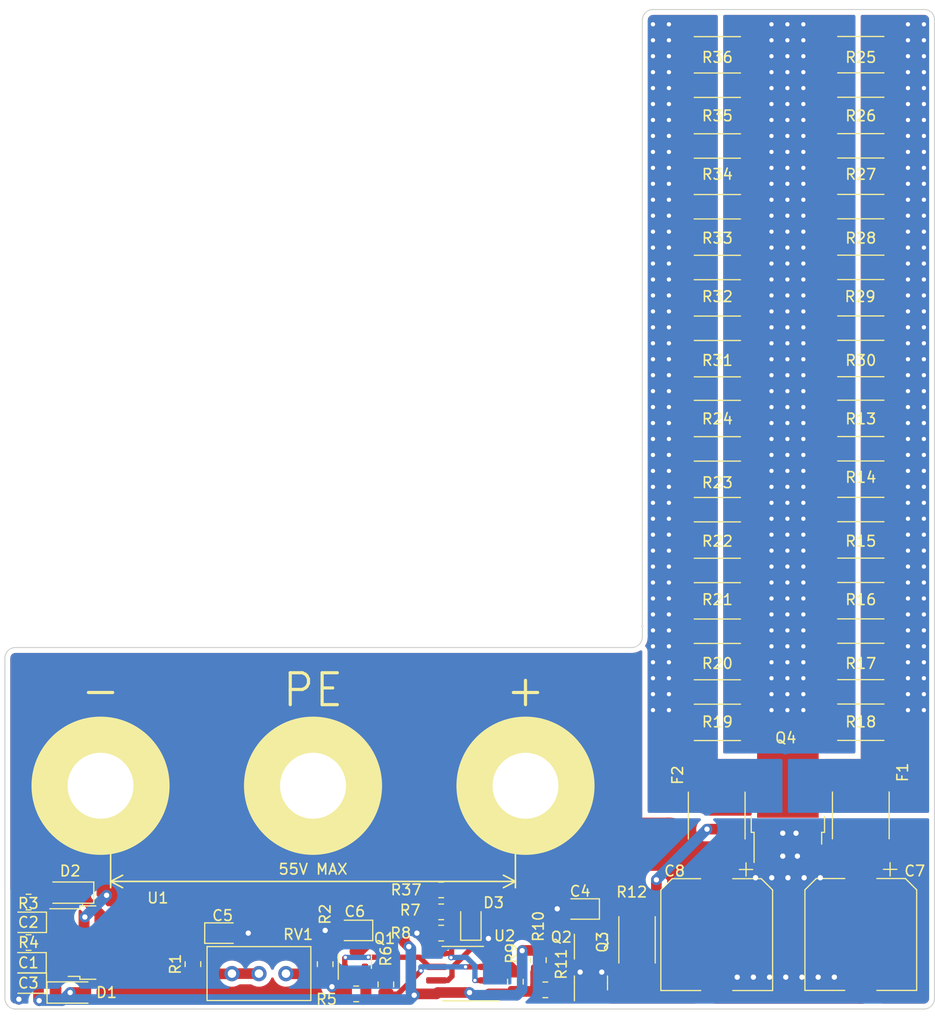
<source format=kicad_pcb>
(kicad_pcb (version 20211014) (generator pcbnew)
  (layers (0 "F.Cu" signal) (31 "B.Cu" signal) (34 "B.Paste" user) (35 "F.Paste" user) (36 "B.SilkS" user "B.Silkscreen") (37 "F.SilkS" user "F.Silkscreen") (38 "B.Mask" user) (39 "F.Mask" user) (44 "Edge.Cuts" user))
  (net 0 "")
  (net 1 "+VDC")
  (net 2 "GND")
  (net 3 "Net-(C2-Pad1)")
  (net 4 "VCC")
  (net 6 "Net-(Q1-Pad2)")
  (net 7 "Net-(Q3-Pad1)")
  (net 8 "Net-(Q2-Pad2)")
  (net 9 "Net-(Q4-Pad1)")
  (net 10 "Net-(Q4-Pad2)")
  (net 11 "Net-(R1-Pad1)")
  (net 12 "Net-(R6-Pad2)")
  (net 13 "Net-(U2-Pad6)")
  (net 14 "Net-(R10-Pad1)")
  (net 15 "Net-(D3-Pad1)")
  (net 16 "Net-(F1-Pad2)")
  (net 17 "Net-(F2-Pad2)")
  (net 18 "Net-(D3-Pad2)")
  (net 19 "Net-(U2-Pad5)")
  (footprint "Package_TO_SOT_SMD:SOT-23" (layer "F.Cu") (at 3.937 16.526 90)
    (fp_text reference "Q1")
    (fp_text value "BC846B")
  )
  (footprint "Package_SO:SOIC-8_3.9x4.9mm_P1.27mm" (layer "F.Cu") (at 14.097 17.669 180)
    (fp_text reference "U2")
    (fp_text value "LM393")
  )
  (footprint "Capacitor_SMD:CP_Elec_10x10" (layer "F.Cu") (at 51.562 13.986 -90)
    (fp_text reference "C7")
    (fp_text value "47u")
  )
  (footprint "Diode_SMD:D_0805_2012Metric" (layer "F.Cu") (at 3.937 13.605 180)
    (fp_text reference "C6")
    (fp_text value "100n")
  )
  (footprint "Diode_SMD:D_SOD-123F" (layer "F.Cu") (at -22.836 19.448)
    (fp_text reference "D1")
    (fp_text value "SM4007PL")
  )
  (footprint "Diode_SMD:D_SOD-123F" (layer "F.Cu") (at -22.836 10.05 180)
    (fp_text reference "D2")
    (fp_text value "SM4007PL")
  )
  (footprint "Package_TO_SOT_SMD:TO-252-2" (layer "F.Cu") (at 44.698 1.912 90)
    (fp_text reference "Q4")
    (fp_text value "30N06")
  )
  (footprint "Resistor_SMD:R_2512_6332Metric" (layer "F.Cu") (at 38.0615 -45.881 180)
    (fp_text reference "R32")
    (fp_text value "100")
  )
  (footprint "Resistor_SMD:R_2512_6332Metric" (layer "F.Cu") (at 51.562 -34.5495)
    (fp_text reference "R13")
    (fp_text value "100")
  )
  (footprint "Resistor_SMD:R_2512_6332Metric" (layer "F.Cu") (at 38.0615 -63.026 180)
    (fp_text reference "R35")
    (fp_text value "100")
  )
  (footprint "Resistor_SMD:R_2512_6332Metric" (layer "F.Cu") (at 38.0615 -5.9605 180)
    (fp_text reference "R19")
    (fp_text value "100")
  )
  (footprint "Resistor_SMD:R_0805_2012Metric" (layer "F.Cu") (at 1.143 16.78 -90)
    (fp_text reference "R2")
    (fp_text value "22k")
  )
  (footprint "Resistor_SMD:R_0805_2012Metric" (layer "F.Cu") (at -26.773 10.939)
    (fp_text reference "R3")
    (fp_text value "240")
  )
  (footprint "Resistor_SMD:R_2512_6332Metric" (layer "F.Cu") (at 51.562 -23.1195)
    (fp_text reference "R15")
    (fp_text value "100")
  )
  (footprint "Resistor_SMD:R_0805_2012Metric" (layer "F.Cu") (at 21.209 16.399 90)
    (fp_text reference "R10")
    (fp_text value "47k")
  )
  (footprint "Resistor_SMD:R_0805_2012Metric" (layer "F.Cu") (at 6.858 18.685 -90)
    (fp_text reference "R6")
    (fp_text value "1k")
  )
  (footprint "Package_TO_SOT_SMD:TO-252-2" (layer "F.Cu") (at -19.475 14.749)
    (fp_text reference "U1")
    (fp_text value "LM317_TO-252")
  )
  (footprint "Diode_SMD:D_0805_2012Metric" (layer "F.Cu") (at 25.273 11.591 180)
    (fp_text reference "C4")
    (fp_text value "1u")
  )
  (footprint "Resistor_SMD:R_2512_6332Metric" (layer "F.Cu") (at 51.562 -51.61)
    (fp_text reference "R28")
    (fp_text value "100")
  )
  (footprint "Resistor_SMD:R_2512_6332Metric" (layer "F.Cu") (at 51.562 -17.4045)
    (fp_text reference "R16")
    (fp_text value "100")
  )
  (footprint "Resistor_SMD:R_2512_6332Metric" (layer "F.Cu") (at 51.562 -45.895)
    (fp_text reference "R29")
    (fp_text value "100")
  )
  (footprint "Resistor_SMD:R_2512_6332Metric" (layer "F.Cu") (at 30.5 14.494 90)
    (fp_text reference "R12")
    (fp_text value "100")
  )
  (footprint "Diode_SMD:D_0805_2012Metric" (layer "F.Cu") (at -26.797 16.653 180)
    (fp_text reference "C1")
    (fp_text value "100n")
  )
  (footprint "Resistor_SMD:R_2512_6332Metric" (layer "F.Cu") (at 38.0615 -51.596 180)
    (fp_text reference "R33")
    (fp_text value "100")
  )
  (footprint "Resistor_SMD:R_2512_6332Metric" (layer "F.Cu") (at 38.0615 -11.6755 180)
    (fp_text reference "R20")
    (fp_text value "100")
  )
  (footprint "Resistor_SMD:R_2512_6332Metric" (layer "F.Cu") (at 51.562 -57.325)
    (fp_text reference "R27")
    (fp_text value "100")
  )
  (footprint "Resistor_SMD:R_2512_6332Metric" (layer "F.Cu") (at 38.0615 -57.311 180)
    (fp_text reference "R34")
    (fp_text value "100")
  )
  (footprint "Diode_SMD:D_0805_2012Metric" (layer "F.Cu") (at -26.773 12.844 180)
    (fp_text reference "C2")
    (fp_text value "1u")
  )
  (footprint "Diode_SMD:D_0805_2012Metric" (layer "F.Cu") (at -26.773 18.558 180)
    (fp_text reference "C3")
    (fp_text value "1u")
  )
  (footprint "Resistor_SMD:R_2512_6332Metric" (layer "F.Cu") (at 38.0615 -23.1055 180)
    (fp_text reference "R22")
    (fp_text value "100")
  )
  (footprint "Diode_SMD:D_0805_2012Metric" (layer "F.Cu") (at -8.509 13.859)
    (fp_text reference "C5")
    (fp_text value "100n")
  )
  (footprint "Resistor_SMD:R_0805_2012Metric" (layer "F.Cu") (at 12.065 11.859)
    (fp_text reference "R7")
    (fp_text value "10k")
  )
  (footprint "Resistor_SMD:R_2512_6332Metric" (layer "F.Cu") (at 38.0615 -68.741 180)
    (fp_text reference "R36")
    (fp_text value "100")
  )
  (footprint "Resistor_SMD:R_2512_6332Metric" (layer "F.Cu") (at 38.0615 -40.166 180)
    (fp_text reference "R31")
    (fp_text value "100")
  )
  (footprint "Potentiometer_THT:Potentiometer_Bourns_3296W_Vertical" (layer "F.Cu") (at -7.63 17.669 180)
    (fp_text reference "RV1")
    (fp_text value "100k")
  )
  (footprint "Resistor_SMD:R_0805_2012Metric" (layer "F.Cu") (at 19.05 18.431 -90)
    (fp_text reference "R9")
    (fp_text value "47k")
  )
  (footprint "Resistor_SMD:R_2512_6332Metric" (layer "F.Cu") (at 51.562 -5.9745)
    (fp_text reference "R18")
    (fp_text value "100")
  )
  (footprint "Fuse:Fuse_2920_7451Metric" (layer "F.Cu") (at 38 2.8025 90)
    (fp_text reference "F2")
    (fp_text value "500 mA")
  )
  (footprint "Resistor_SMD:R_2512_6332Metric" (layer "F.Cu") (at 51.562 -63.04)
    (fp_text reference "R26")
    (fp_text value "100")
  )
  (footprint "Resistor_SMD:R_2512_6332Metric" (layer "F.Cu") (at 38.0615 -34.5355 180)
    (fp_text reference "R24")
    (fp_text value "100")
  )
  (footprint "Resistor_SMD:R_2512_6332Metric" (layer "F.Cu") (at 38.0615 -28.8205 180)
    (fp_text reference "R23")
    (fp_text value "100")
  )
  (footprint "shunt_regulator_footprints:Owon SPE terminals" (layer "F.Cu") (at 0 0)
    (fp_text reference "J1")
    (fp_text value "Screw_Terminal_01x03")
  )
  (footprint "Resistor_SMD:R_2512_6332Metric" (layer "F.Cu") (at 51.562 -40.18)
    (fp_text reference "R30")
    (fp_text value "100")
  )
  (footprint "Resistor_SMD:R_0805_2012Metric" (layer "F.Cu") (at 12.065 13.859)
    (fp_text reference "R8")
    (fp_text value "10k")
  )
  (footprint "Resistor_SMD:R_2512_6332Metric" (layer "F.Cu") (at 51.562 -11.6895)
    (fp_text reference "R17")
    (fp_text value "100")
  )
  (footprint "Resistor_SMD:R_0805_2012Metric" (layer "F.Cu") (at -26.773 14.749 180)
    (fp_text reference "R4")
    (fp_text value "3k6")
  )
  (footprint "Package_TO_SOT_SMD:SOT-23" (layer "F.Cu") (at 26.162 18.542 90)
    (fp_text reference "Q3")
    (fp_text value "BC856B")
  )
  (footprint "Resistor_SMD:R_2512_6332Metric" (layer "F.Cu") (at 51.562 -68.755)
    (fp_text reference "R25")
    (fp_text value "100")
  )
  (footprint "Package_TO_SOT_SMD:SOT-23" (layer "F.Cu") (at 26.162 14.621 90)
    (fp_text reference "Q2")
    (fp_text value "BC846B")
  )
  (footprint "Resistor_SMD:R_2512_6332Metric" (layer "F.Cu") (at 51.562 -28.8345)
    (fp_text reference "R14")
    (fp_text value "100")
  )
  (footprint "Capacitor_SMD:CP_Elec_10x10" (layer "F.Cu") (at 38 14 -90)
    (fp_text reference "C8")
    (fp_text value "47u")
  )
  (footprint "Resistor_SMD:R_0805_2012Metric" (layer "F.Cu") (at 12.065 9.795 180)
    (fp_text reference "R37")
    (fp_text value "22k")
  )
  (footprint "Resistor_SMD:R_0805_2012Metric" (layer "F.Cu") (at 4.064 19.574)
    (fp_text reference "R5")
    (fp_text value "10k")
  )
  (footprint "Resistor_SMD:R_0805_2012Metric" (layer "F.Cu") (at 21.8675 19.193)
    (fp_text reference "R11")
    (fp_text value "1k")
  )
  (footprint "Fuse:Fuse_2920_7451Metric" (layer "F.Cu") (at 51.562 2.7885 90)
    (fp_text reference "F1")
    (fp_text value "500 mA")
  )
  (footprint "LED_SMD:LED_0805_2012Metric" (layer "F.Cu") (at 14.859 12.843 90)
    (fp_text reference "D3")
    (fp_text value "LED")
  )
  (footprint "Resistor_SMD:R_0805_2012Metric" (layer "F.Cu") (at -11.303 16.78 90)
    (fp_text reference "R1")
    (fp_text value "22k")
  )
  (footprint "Resistor_SMD:R_2512_6332Metric" (layer "F.Cu") (at 38.0615 -17.3905 180)
    (fp_text reference "R21")
    (fp_text value "100")
  )
  (gr_arc (start -28 21) (mid -28.707107 20.707107) (end -29 20) (layer "Edge.Cuts") (width 0.1))
  (gr_line (start 58.5 20) (end 58.5 -72) (layer "Edge.Cuts") (width 0.1))
  (gr_line (start -28 -13) (end 30 -13) (layer "Edge.Cuts") (width 0.1))
  (gr_arc (start 31 -14) (mid 30.707107 -13.292893) (end 30 -13) (layer "Edge.Cuts") (width 0.1))
  (gr_arc (start -29 -12) (mid -28.707107 -12.707107) (end -28 -13) (layer "Edge.Cuts") (width 0.1))
  (gr_arc (start 58.5 20) (mid 58.207107 20.707107) (end 57.5 21) (layer "Edge.Cuts") (width 0.1))
  (gr_arc (start 31 -72) (mid 31.292893 -72.707107) (end 32 -73) (layer "Edge.Cuts") (width 0.1))
  (gr_line (start 57.5 -73) (end 32 -73) (layer "Edge.Cuts") (width 0.1))
  (gr_line (start -28 21) (end 57.5 21) (layer "Edge.Cuts") (width 0.1))
  (gr_line (start 31 -72) (end 31 -14) (layer "Edge.Cuts") (width 0.1))
  (gr_line (start -29 -12) (end -29 20) (layer "Edge.Cuts") (width 0.1))
  (gr_arc (start 31 -15) (mid 31 -15) (end 31 -15) (layer "Edge.Cuts") (width 0.1))
  (gr_arc (start 57.5 -73) (mid 58.223046 -72.723046) (end 58.5 -72) (layer "Edge.Cuts") (width 0.1))
  (dimension (type aligned) (layer "F.SilkS") (pts (xy -19.05 0) (xy 19.05 0)) (height 8.999999) (gr_text "55V MAX" (at 0 7.849999) (layer "F.SilkS") (effects (font (size 1 1) (thickness 0.15)))) (format (units 3) (units_format 0) (precision 4) (override_value "55V MAX")) (style (thickness 0.15) (arrow_length 1.27) (text_position_mode 0) (extension_height 0.58642) (extension_offset 0.5) keep_text_aligned))
  (segment (start 25 5.5) (end 24.999999 4.999999) (width 5) (layer "F.Cu") (net 1))
  (segment (start 38 10) (end 33.5 5.5) (width 5) (layer "F.Cu") (net 1))
  (segment (start 52.468 7.082) (end 51.562 6.176) (width 5) (layer "F.Cu") (net 1))
  (segment (start 3.937 15.5885) (end 4.3665 15.5885) (width 1) (layer "F.Cu") (net 1))
  (segment (start 19.05 0) (end 19.05 -0.05) (width 5) (layer "F.Cu") (net 1))
  (segment (start -24.236 17.59) (end -23.675 17.029) (width 1) (layer "F.Cu") (net 1))
  (segment (start 20 0) (end 24.5 -4.5) (width 5) (layer "F.Cu") (net 1))
  (segment (start 39.768 12.352) (end 50.30059 12.352) (width 5) (layer "F.Cu") (net 1))
  (segment (start 4.8745 15.0805) (end 4.8745 13.605) (width 1) (layer "F.Cu") (net 1))
  (segment (start 24.999999 4.999999) (end 20 0) (width 5) (layer "F.Cu") (net 1))
  (segment (start 38 10) (end 38 10.584) (width 5) (layer "F.Cu") (net 1))
  (segment (start -21.538028 12.410028) (end -21.474528 12.346528) (width 1) (layer "F.Cu") (net 1))
  (segment (start 38 10) (end 38 6.19) (width 2) (layer "F.Cu") (net 1))
  (segment (start 4.3665 15.5885) (end 4.8745 15.0805) (width 1) (layer "F.Cu") (net 1))
  (segment (start 50.30059 12.352) (end 52.468 10.18459) (width 5) (layer "F.Cu") (net 1))
  (segment (start 20 0) (end 15.5 -4.5) (width 5) (layer "F.Cu") (net 1))
  (segment (start 38 10.584) (end 39.768 12.352) (width 5) (layer "F.Cu") (net 1))
  (segment (start -23.675 17.029) (end -21.538028 14.892028) (width 1) (layer "F.Cu") (net 1))
  (segment (start 20 0) (end 16 4) (width 5) (layer "F.Cu") (net 1))
  (segment (start 33.5 5.5) (end 25 5.5) (width 5) (layer "F.Cu") (net 1))
  (segment (start -25.8595 16.653) (end -24.051 16.653) (width 1) (layer "F.Cu") (net 1))
  (segment (start 51.562 9.986) (end 51.562 6.176) (width 2) (layer "F.Cu") (net 1))
  (segment (start -21.538028 14.892028) (end -21.538028 12.410028) (width 1) (layer "F.Cu") (net 1))
  (segment (start 38.014 9.986) (end 38 10) (width 5) (layer "F.Cu") (net 1))
  (segment (start -24.051 16.653) (end -23.675 17.029) (width 1) (layer "F.Cu") (net 1))
  (segment (start 52.468 10.18459) (end 52.468 7.082) (width 5) (layer "F.Cu") (net 1))
  (segment (start -24.236 19.448) (end -24.236 17.59) (width 1) (layer "F.Cu") (net 1))
  (via (at -19.431 10.303) (size 1) (drill 0.5) (layers "F.Cu" "B.Cu") (net 1))
  (via (at -21.474528 12.346528) (size 1) (drill 0.5) (layers "F.Cu" "B.Cu") (net 1))
  (segment (start -21.474528 12.346528) (end -19.431 10.303) (width 1) (layer "B.Cu") (net 1))
  (segment (start 44.726 4.969) (end 44.218 4.461) (width 2) (layer "F.Cu") (net 2))
  (segment (start 46.99 4.461) (end 45.466 4.461) (width 2) (layer "F.Cu") (net 2))
  (segment (start 45.593 6.62) (end 46.47 6.62) (width 2) (layer "F.Cu") (net 2))
  (segment (start 48.768 8.652) (end 47.752 8.652) (width 2) (layer "F.Cu") (net 2))
  (segment (start 38 18) (end 51.548 18) (width 5) (layer "F.Cu") (net 2))
  (segment (start 11.1525 13.859) (end 9.779 13.859) (width 1) (layer "F.Cu") (net 2))
  (segment (start 46.978 5.846) (end 46.99 5.834) (width 2) (layer "F.Cu") (net 2))
  (segment (start 44.704 8.652) (end 41.656 8.652) (width 2) (layer "F.Cu") (net 2))
  (segment (start 48.768 8.62011) (end 48.768 8.652) (width 2) (layer "F.Cu") (net 2))
  (segment (start 43.978 8.652) (end 44.218 8.412) (width 2) (layer "F.Cu") (net 2))
  (segment (start 25.2245 17.6045) (end 25.146 17.526) (width 1) (layer "F.Cu") (net 2))
  (segment (start 23.005 11.591) (end 22.987 11.573) (width 1) (layer "F.Cu") (net 2))
  (segment (start 46.228 8.652) (end 44.704 8.652) (width 2) (layer "F.Cu") (net 2))
  (segment (start 27.0995 17.6045) (end 27.178 17.526) (width 1) (layer "F.Cu") (net 2))
  (segment (start -27.7105 18.558) (end -27.7105 20.0575) (width 1) (layer "F.Cu") (net 2))
  (segment (start 26.162 17.6045) (end 27.0995 17.6045) (width 1) (layer "F.Cu") (net 2))
  (segment (start 41.656 8.652) (end 43.18 8.652) (width 2) (layer "F.Cu") (net 2))
  (segment (start 24.3355 11.591) (end 23.005 11.591) (width 1) (layer "F.Cu") (net 2))
  (segment (start 45.466 4.461) (end 44.958 4.969) (width 2) (layer "F.Cu") (net 2))
  (segment (start 16.572 15.764) (end 16.572 14.429) (width 1) (layer "F.Cu") (net 2))
  (segment (start 43.18 8.652) (end 43.978 8.652) (width 2) (layer "F.Cu") (net 2))
  (segment (start 1.143 15.8675) (end 1.143 13.605) (width 1) (layer "F.Cu") (net 2))
  (segment (start -27.7105 12.844) (end -27.7105 18.558) (width 1) (layer "F.Cu") (net 2))
  (segment (start 46.47 6.62) (end 46.978 6.112) (width 2) (layer "F.Cu") (net 2))
  (segment (start 3.1515 19.574) (end 2.447 19.574) (width 1) (layer "F.Cu") (net 2))
  (segment (start 2.447 19.574) (end 1.778 18.905) (width 1) (layer "F.Cu") (net 2))
  (segment (start 46.978 6.112) (end 46.978 5.846) (width 2) (layer "F.Cu") (net 2))
  (segment (start 47.752 8.652) (end 46.228 8.652) (width 2) (layer "F.Cu") (net 2))
  (segment (start 46.99 5.834) (end 46.99 4.461) (width 2) (layer "F.Cu") (net 2))
  (segment (start 51.548 18) (end 51.562 17.986) (width 5) (layer "F.Cu") (net 2))
  (segment (start -27.7105 20.0575) (end -27.686 20.082) (width 1) (layer "F.Cu") (net 2))
  (segment (start 46.978 6.83011) (end 48.768 8.62011) (width 2) (layer "F.Cu") (net 2))
  (segment (start 16.572 14.429) (end 16.51 14.367) (width 1) (layer "F.Cu") (net 2))
  (segment (start 44.218 8.412) (end 44.218 6.62) (width 2) (layer "F.Cu") (net 2))
  (segment (start 2.9995 13.605) (end 1.143 13.605) (width 1) (layer "F.Cu") (net 2))
  (segment (start 26.162 17.6045) (end 25.2245 17.6045) (width 1) (layer "F.Cu") (net 2))
  (segment (start 46.978 6.112) (end 46.978 6.83011) (width 2) (layer "F.Cu") (net 2))
  (segment (start 44.218 6.62) (end 45.593 6.62) (width 2) (layer "F.Cu") (net 2))
  (segment (start 44.958 4.969) (end 44.726 4.969) (width 2) (layer "F.Cu") (net 2))
  (segment (start -7.5715 13.859) (end -6.096 13.859) (width 1) (layer "F.Cu") (net 2))
  (via (at 1.778 18.905) (size 1) (drill 0.5) (layers "F.Cu" "B.Cu") (net 2))
  (via (at 41.656 8.652) (size 1) (drill 0.5) (layers "F.Cu" "B.Cu") (net 2))
  (via (at 45.593 6.62) (size 1) (drill 0.5) (layers "F.Cu" "B.Cu") (net 2))
  (via (at 41.452 18) (size 1) (drill 0.5) (layers "F.Cu" "B.Cu") (net 2))
  (via (at 39.928 18) (size 1) (drill 0.5) (layers "F.Cu" "B.Cu") (net 2))
  (via (at 44.704 8.652) (size 1) (drill 0.5) (layers "F.Cu" "B.Cu") (net 2))
  (via (at 47.548 18) (size 1) (drill 0.5) (layers "F.Cu" "B.Cu") (net 2))
  (via (at 16.51 14.367) (size 1) (drill 0.5) (layers "F.Cu" "B.Cu") (net 2))
  (via (at -6.096 13.859) (size 1) (drill 0.5) (layers "F.Cu" "B.Cu") (net 2))
  (via (at -27.686 20.082) (size 1) (drill 0.5) (layers "F.Cu" "B.Cu") (net 2))
  (via (at 44.5 18) (size 1) (drill 0.5) (layers "F.Cu" "B.Cu") (net 2))
  (via (at 27.178 17.526) (size 1) (drill 0.5) (layers "F.Cu" "B.Cu") (net 2))
  (via (at 46.024 18) (size 1) (drill 0.5) (layers "F.Cu" "B.Cu") (net 2))
  (via (at 49.072 18) (size 1) (drill 0.5) (layers "F.Cu" "B.Cu") (net 2))
  (via (at 9.779 13.859) (size 1) (drill 0.5) (layers "F.Cu" "B.Cu") (net 2))
  (via (at 22.987 11.573) (size 1) (drill 0.5) (layers "F.Cu" "B.Cu") (net 2))
  (via (at 46.228 8.652) (size 1) (drill 0.5) (layers "F.Cu" "B.Cu") (net 2))
  (via (at 42.976 18) (size 1) (drill 0.5) (layers "F.Cu" "B.Cu") (net 2))
  (via (at 45.466 4.461) (size 1) (drill 0.5) (layers "F.Cu" "B.Cu") (net 2))
  (via (at 25.146 17.526) (size 1) (drill 0.5) (layers "F.Cu" "B.Cu") (net 2))
  (via (at 47.752 8.652) (size 1) (drill 0.5) (layers "F.Cu" "B.Cu") (net 2))
  (via (at 44.218 4.461) (size 1) (drill 0.5) (layers "F.Cu" "B.Cu") (net 2))
  (via (at 43.18 8.652) (size 1) (drill 0.5) (layers "F.Cu" "B.Cu") (net 2))
  (via (at 1.143 13.605) (size 1) (drill 0.5) (layers "F.Cu" "B.Cu") (net 2))
  (via (at 44.218 6.62) (size 1) (drill 0.5) (layers "F.Cu" "B.Cu") (net 2))
  (segment (start -20 0) (end -24.5 -4.5) (width 5) (layer "B.Cu") (net 2))
  (segment (start -20 0) (end -15 5) (width 5) (layer "B.Cu") (net 2))
  (segment (start -20 0) (end -24.5 4.5) (width 5) (layer "B.Cu") (net 2))
  (segment (start -20 0) (end -16 -4) (width 5) (layer "B.Cu") (net 2))
  (segment (start -19.05 0) (end -19.05 0.05) (width 5) (layer "B.Cu") (net 2))
  (segment (start -19.05 0) (end -19.05 -0.05) (width 5) (layer "B.Cu") (net 2))
  (segment (start -25.8355 12.844) (end -24.05 12.844) (width 1) (layer "F.Cu") (net 3))
  (segment (start -24.9715 10.05) (end -25.8605 10.939) (width 1) (layer "F.Cu") (net 3))
  (segment (start -25.8605 10.939) (end -25.8605 14.749) (width 1) (layer "F.Cu") (net 3))
  (segment (start -24.05 12.844) (end -23.675 12.469) (width 1) (layer "F.Cu") (net 3))
  (segment (start -24.236 10.05) (end -24.9715 10.05) (width 1) (layer "F.Cu") (net 3))
  (segment (start -21.436 10.05) (end -21.436 10.688) (width 1) (layer "F.Cu") (net 4))
  (segment (start 23.2645 15.4865) (end 21.209 15.4865) (width 1) (layer "F.Cu") (net 4))
  (segment (start 11.622 19.574) (end 9.652 19.574) (width 1) (layer "F.Cu") (net 4))
  (segment (start -27.6855 10.707997) (end -25.756503 8.779) (width 1) (layer "F.Cu") (net 4))
  (segment (start -25.8355 18.558) (end -25.8355 20.1545) (width 1) (layer "F.Cu") (net 4))
  (segment (start 9.652 19.574) (end 9.525 19.701) (width 1) (layer "F.Cu") (net 4))
  (segment (start 8.579 14.691) (end 8.579 13.281) (width 1) (layer "F.Cu") (net 4))
  (segment (start 26.162 13.6835) (end 26.162 11.6395) (width 1) (layer "F.Cu") (net 4))
  (segment (start 9.017 15.129) (end 8.579 14.691) (width 1) (layer "F.Cu") (net 4))
  (segment (start -27.6855 10.939) (end -27.6855 10.707997) (width 1) (layer "F.Cu") (net 4))
  (segment (start 10.001 11.859) (end 11.1525 11.859) (width 1) (layer "F.Cu") (net 4))
  (segment (start -21.436 10.688) (end -17.375 14.749) (width 1) (layer "F.Cu") (net 4))
  (segment (start -21.437 19.447) (end -21.436 19.448) (width 1) (layer "F.Cu") (net 4))
  (segment (start -25.8355 20.1545) (end -25.781 20.209) (width 1) (layer "F.Cu") (net 4))
  (segment (start 8.579 13.281) (end 10.001 11.859) (width 1) (layer "F.Cu") (net 4))
  (segment (start -25.756503 8.779) (end -23.007 8.779) (width 1) (layer "F.Cu") (net 4))
  (segment (start 26.162 11.6395) (end 26.2105 11.591) (width 1) (layer "F.Cu") (net 4))
  (segment (start -21.436 18.81) (end -17.375 14.749) (width 1) (layer "F.Cu") (net 4))
  (segment (start 14.732 19.447) (end 11.749 19.447) (width 1) (layer "F.Cu") (net 4))
  (segment (start 21.209 15.4865) (end 19.7085 15.4865) (width 1) (layer "F.Cu") (net 4))
  (segment (start 11.749 19.447) (end 11.622 19.574) (width 1) (layer "F.Cu") (net 4))
  (segment (start -22.86 19.447) (end -21.437 19.447) (width 1) (layer "F.Cu") (net 4))
  (segment (start -21.736 10.05) (end -21.436 10.05) (width 1) (layer "F.Cu") (net 4))
  (segment (start -23.007 8.779) (end -21.736 10.05) (width 1) (layer "F.Cu") (net 4))
  (segment (start 26.162 13.6835) (end 25.0675 13.6835) (width 1) (layer "F.Cu") (net 4))
  (segment (start -21.436 19.448) (end -21.436 18.81) (width 1) (layer "F.Cu") (net 4))
  (segment (start 19.7085 15.4865) (end 19.685 15.51) (width 1) (layer "F.Cu") (net 4))
  (segment (start 25.0675 13.6835) (end 23.2645 15.4865) (width 1) (layer "F.Cu") (net 4))
  (segment (start 11.1525 9.795) (end 11.1525 11.859) (width 1) (layer "F.Cu") (net 4))
  (via (at 14.732 19.447) (size 1) (drill 0.5) (layers "F.Cu" "B.Cu") (net 4))
  (via (at 9.017 15.129) (size 1) (drill 0.5) (layers "F.Cu" "B.Cu") (net 4))
  (via (at 19.685 15.51) (size 1) (drill 0.5) (layers "F.Cu" "B.Cu") (net 4))
  (via (at -25.781 20.209) (size 1) (drill 0.5) (layers "F.Cu" "B.Cu") (net 4))
  (via (at -22.86 19.447) (size 1) (drill 0.5) (layers "F.Cu" "B.Cu") (net 4))
  (via (at 9.525 19.701) (size 1) (drill 0.5) (layers "F.Cu" "B.Cu") (net 4))
  (segment (start 19.177 19.701) (end 14.986 19.701) (width 1) (layer "B.Cu") (net 4))
  (segment (start -25.677 20.105) (end -25.781 20.209) (width 1) (layer "B.Cu") (net 4))
  (segment (start 14.986 19.701) (end 14.732 19.447) (width 1) (layer "B.Cu") (net 4))
  (segment (start 9.21 15.322) (end 9.017 15.129) (width 1) (layer "B.Cu") (net 4))
  (segment (start -25.781 20.209) (end -23.622 20.209) (width 1) (layer "B.Cu") (net 4))
  (segment (start 9.121 20.105) (end -25.677 20.105) (width 1) (layer "B.Cu") (net 4))
  (segment (start 9.525 19.701) (end 9.121 20.105) (width 1) (layer "B.Cu") (net 4))
  (segment (start 19.685 15.51) (end 19.685 19.193) (width 1) (layer "B.Cu") (net 4))
  (segment (start 19.685 19.193) (end 19.177 19.701) (width 1) (layer "B.Cu") (net 4))
  (segment (start -23.622 20.209) (end -22.86 19.447) (width 1) (layer "B.Cu") (net 4))
  (segment (start 9.21 19.386) (end 9.21 15.322) (width 1) (layer "B.Cu") (net 4))
  (segment (start 4.9765 19.574) (end 4.9765 17.553) (width 1) (layer "F.Cu") (net 6))
  (segment (start 5.196 17.7725) (end 4.887 17.4635) (width 1) (layer "F.Cu") (net 6))
  (segment (start 6.858 17.7725) (end 5.196 17.7725) (width 1) (layer "F.Cu") (net 6))
  (segment (start 4.9765 17.553) (end 4.887 17.4635) (width 1) (layer "F.Cu") (net 6))
  (segment (start 23.622 18.796) (end 24.019 19.193) (width 1) (layer "F.Cu") (net 7))
  (segment (start 25.212 15.5585) (end 25.0815 15.5585) (width 1) (layer "F.Cu") (net 7))
  (segment (start 25.212 19.4795) (end 24.3055 19.4795) (width 1) (layer "F.Cu") (net 7))
  (segment (start 25.0815 15.5585) (end 23.622 17.018) (width 1) (layer "F.Cu") (net 7))
  (segment (start 24.3055 19.4795) (end 24.019 19.193) (width 1) (layer "F.Cu") (net 7))
  (segment (start 23.622 17.018) (end 23.622 18.796) (width 1) (layer "F.Cu") (net 7))
  (segment (start 24.019 19.193) (end 22.78 19.193) (width 1) (layer "F.Cu") (net 7))
  (segment (start 27.2425 15.5585) (end 28.702 17.018) (width 1) (layer "F.Cu") (net 8))
  (segment (start 27.112 15.5585) (end 27.2425 15.5585) (width 1) (layer "F.Cu") (net 8))
  (segment (start 28.702 17.8895) (end 27.112 19.4795) (width 1) (layer "F.Cu") (net 8))
  (segment (start 28.702 17.018) (end 28.702 17.8895) (width 1) (layer "F.Cu") (net 8))
  (segment (start 29.135 17.4565) (end 28.702 17.8895) (width 1) (layer "F.Cu") (net 8))
  (segment (start 30.5 17.4565) (end 29.135 17.4565) (width 1) (layer "F.Cu") (net 8))
  (segment (start 32.319611 8.844389) (end 32.319611 9.945889) (width 1) (layer "F.Cu") (net 9))
  (segment (start 40.421003 4.08) (end 37.084 4.08) (width 1) (layer "F.Cu") (net 9))
  (segment (start 42.418 6.112) (end 42.418 6.076997) (width 1) (layer "F.Cu") (net 9))
  (segment (start 42.418 6.076997) (end 40.421003 4.08) (width 1) (layer "F.Cu") (net 9))
  (segment (start 32.319611 9.945889) (end 30.734 11.5315) (width 1) (layer "F.Cu") (net 9))
  (via (at 37.084 4.08) (size 1) (drill 0.5) (layers "F.Cu" "B.Cu") (net 9))
  (via (at 32.319611 8.844389) (size 1) (drill 0.5) (layers "F.Cu" "B.Cu") (net 9))
  (segment (start 37.084 4.08) (end 32.319611 8.844389) (width 1) (layer "B.Cu") (net 9))
  (segment (start 44.698 -0.188) (end 44.698 -6.074) (width 2) (layer "F.Cu") (net 10))
  (via (at 44.656 -37.112) (size 0.8) (drill 0.4) (layers "F.Cu" "B.Cu") (net 10))
  (via (at 46.156 -22.112) (size 0.8) (drill 0.4) (layers "F.Cu" "B.Cu") (net 10))
  (via (at 44.656 -70.112) (size 0.8) (drill 0.4) (layers "F.Cu" "B.Cu") (net 10))
  (via (at 43.156 -67.112) (size 0.8) (drill 0.4) (layers "F.Cu" "B.Cu") (net 10))
  (via (at 44.656 -23.612) (size 0.8) (drill 0.4) (layers "F.Cu" "B.Cu") (net 10))
  (via (at 43.156 -44.612) (size 0.8) (drill 0.4) (layers "F.Cu" "B.Cu") (net 10))
  (via (at 44.656 -35.612) (size 0.8) (drill 0.4) (layers "F.Cu" "B.Cu") (net 10))
  (via (at 46.156 -52.112) (size 0.8) (drill 0.4) (layers "F.Cu" "B.Cu") (net 10))
  (via (at 46.156 -50.612) (size 0.8) (drill 0.4) (layers "F.Cu" "B.Cu") (net 10))
  (via (at 46.156 -20.612) (size 0.8) (drill 0.4) (layers "F.Cu" "B.Cu") (net 10))
  (via (at 44.656 -32.612) (size 0.8) (drill 0.4) (layers "F.Cu" "B.Cu") (net 10))
  (via (at 43.156 -68.612) (size 0.8) (drill 0.4) (layers "F.Cu" "B.Cu") (net 10))
  (via (at 43.156 -11.612) (size 0.8) (drill 0.4) (layers "F.Cu" "B.Cu") (net 10))
  (via (at 43.156 -65.612) (size 0.8) (drill 0.4) (layers "F.Cu" "B.Cu") (net 10))
  (via (at 46.156 -38.612) (size 0.8) (drill 0.4) (layers "F.Cu" "B.Cu") (net 10))
  (via (at 43.156 -50.612) (size 0.8) (drill 0.4) (layers "F.Cu" "B.Cu") (net 10))
  (via (at 43.156 -7.112) (size 0.8) (drill 0.4) (layers "F.Cu" "B.Cu") (net 10))
  (via (at 44.656 -56.612) (size 0.8) (drill 0.4) (layers "F.Cu" "B.Cu") (net 10))
  (via (at 46.156 -7.112) (size 0.8) (drill 0.4) (layers "F.Cu" "B.Cu") (net 10))
  (via (at 43.156 -41.612) (size 0.8) (drill 0.4) (layers "F.Cu" "B.Cu") (net 10))
  (via (at 44.656 -19.112) (size 0.8) (drill 0.4) (layers "F.Cu" "B.Cu") (net 10))
  (via (at 46.156 -10.112) (size 0.8) (drill 0.4) (layers "F.Cu" "B.Cu") (net 10))
  (via (at 46.156 -46.112) (size 0.8) (drill 0.4) (layers "F.Cu" "B.Cu") (net 10))
  (via (at 44.656 -67.112) (size 0.8) (drill 0.4) (layers "F.Cu" "B.Cu") (net 10))
  (via (at 44.656 -38.612) (size 0.8) (drill 0.4) (layers "F.Cu" "B.Cu") (net 10))
  (via (at 46.156 -29.612) (size 0.8) (drill 0.4) (layers "F.Cu" "B.Cu") (net 10))
  (via (at 46.156 -37.112) (size 0.8) (drill 0.4) (layers "F.Cu" "B.Cu") (net 10))
  (via (at 43.156 -49.112) (size 0.8) (drill 0.4) (layers "F.Cu" "B.Cu") (net 10))
  (via (at 44.656 -20.612) (size 0.8) (drill 0.4) (layers "F.Cu" "B.Cu") (net 10))
  (via (at 46.156 -71.612) (size 0.8) (drill 0.4) (layers "F.Cu" "B.Cu") (net 10))
  (via (at 43.156 -10.112) (size 0.8) (drill 0.4) (layers "F.Cu" "B.Cu") (net 10))
  (via (at 44.656 -26.612) (size 0.8) (drill 0.4) (layers "F.Cu" "B.Cu") (net 10))
  (via (at 44.656 -16.112) (size 0.8) (drill 0.4) (layers "F.Cu" "B.Cu") (net 10))
  (via (at 44.656 -59.612) (size 0.8) (drill 0.4) (layers "F.Cu" "B.Cu") (net 10))
  (via (at 44.656 -52.112) (size 0.8) (drill 0.4) (layers "F.Cu" "B.Cu") (net 10))
  (via (at 46.156 -49.112) (size 0.8) (drill 0.4) (layers "F.Cu" "B.Cu") (net 10))
  (via (at 43.156 -16.112) (size 0.8) (drill 0.4) (layers "F.Cu" "B.Cu") (net 10))
  (via (at 46.156 -41.612) (size 0.8) (drill 0.4) (layers "F.Cu" "B.Cu") (net 10))
  (via (at 43.156 -34.112) (size 0.8) (drill 0.4) (layers "F.Cu" "B.Cu") (net 10))
  (via (at 43.156 -26.612) (size 0.8) (drill 0.4) (layers "F.Cu" "B.Cu") (net 10))
  (via (at 44.656 -28.112) (size 0.8) (drill 0.4) (layers "F.Cu" "B.Cu") (net 10))
  (via (at 46.156 -16.112) (size 0.8) (drill 0.4) (layers "F.Cu" "B.Cu") (net 10))
  (via (at 44.656 -29.612) (size 0.8) (drill 0.4) (layers "F.Cu" "B.Cu") (net 10))
  (via (at 46.156 -40.112) (size 0.8) (drill 0.4) (layers "F.Cu" "B.Cu") (net 10))
  (via (at 46.156 -14.612) (size 0.8) (drill 0.4) (layers "F.Cu" "B.Cu") (net 10))
  (via (at 46.156 -8.612) (size 0.8) (drill 0.4) (layers "F.Cu" "B.Cu") (net 10))
  (via (at 43.156 -40.112) (size 0.8) (drill 0.4) (layers "F.Cu" "B.Cu") (net 10))
  (via (at 44.656 -14.612) (size 0.8) (drill 0.4) (layers "F.Cu" "B.Cu") (net 10))
  (via (at 44.656 -7.112) (size 0.8) (drill 0.4) (layers "F.Cu" "B.Cu") (net 10))
  (via (at 43.156 -25.112) (size 0.8) (drill 0.4) (layers "F.Cu" "B.Cu") (net 10))
  (via (at 46.156 -61.112) (size 0.8) (drill 0.4) (layers "F.Cu" "B.Cu") (net 10))
  (via (at 43.156 -13.112) (size 0.8) (drill 0.4) (layers "F.Cu" "B.Cu") (net 10))
  (via (at 44.656 -10.112) (size 0.8) (drill 0.4) (layers "F.Cu" "B.Cu") (net 10))
  (via (at 46.156 -59.612) (size 0.8) (drill 0.4) (layers "F.Cu" "B.Cu") (net 10))
  (via (at 43.156 -14.612) (size 0.8) (drill 0.4) (layers "F.Cu" "B.Cu") (net 10))
  (via (at 43.156 -61.112) (size 0.8) (drill 0.4) (layers "F.Cu" "B.Cu") (net 10))
  (via (at 43.156 -58.112) (size 0.8) (drill 0.4) (layers "F.Cu" "B.Cu") (net 10))
  (via (at 43.156 -55.112) (size 0.8) (drill 0.4) (layers "F.Cu" "B.Cu") (net 10))
  (via (at 44.656 -11.612) (size 0.8) (drill 0.4) (layers "F.Cu" "B.Cu") (net 10))
  (via (at 44.656 -71.612) (size 0.8) (drill 0.4) (layers "F.Cu" "B.Cu") (net 10))
  (via (at 44.656 -61.112) (size 0.8) (drill 0.4) (layers "F.Cu" "B.Cu") (net 10))
  (via (at 46.156 -11.612) (size 0.8) (drill 0.4) (layers "F.Cu" "B.Cu") (net 10))
  (via (at 43.156 -37.112) (size 0.8) (drill 0.4) (layers "F.Cu" "B.Cu") (net 10))
  (via (at 43.156 -28.112) (size 0.8) (drill 0.4) (layers "F.Cu" "B.Cu") (net 10))
  (via (at 44.656 -49.112) (size 0.8) (drill 0.4) (layers "F.Cu" "B.Cu") (net 10))
  (via (at 44.656 -65.612) (size 0.8) (drill 0.4) (layers "F.Cu" "B.Cu") (net 10))
  (via (at 46.156 -58.112) (size 0.8) (drill 0.4) (layers "F.Cu" "B.Cu") (net 10))
  (via (at 43.156 -22.112) (size 0.8) (drill 0.4) (layers "F.Cu" "B.Cu") (net 10))
  (via (at 43.156 -46.112) (size 0.8) (drill 0.4) (layers "F.Cu" "B.Cu") (net 10))
  (via (at 46.156 -65.612) (size 0.8) (drill 0.4) (layers "F.Cu" "B.Cu") (net 10))
  (via (at 46.156 -34.112) (size 0.8) (drill 0.4) (layers "F.Cu" "B.Cu") (net 10))
  (via (at 43.156 -31.112) (size 0.8) (drill 0.4) (layers "F.Cu" "B.Cu") (net 10))
  (via (at 44.656 -31.112) (size 0.8) (drill 0.4) (layers "F.Cu" "B.Cu") (net 10))
  (via (at 46.156 -25.112) (size 0.8) (drill 0.4) (layers "F.Cu" "B.Cu") (net 10))
  (via (at 46.156 -55.112) (size 0.8) (drill 0.4) (layers "F.Cu" "B.Cu") (net 10))
  (via (at 44.656 -34.112) (size 0.8) (drill 0.4) (layers "F.Cu" "B.Cu") (net 10))
  (via (at 43.156 -62.612) (size 0.8) (drill 0.4) (layers "F.Cu" "B.Cu") (net 10))
  (via (at 46.156 -31.112) (size 0.8) (drill 0.4) (layers "F.Cu" "B.Cu") (net 10))
  (via (at 46.156 -26.612) (size 0.8) (drill 0.4) (layers "F.Cu" "B.Cu") (net 10))
  (via (at 43.156 -38.612) (size 0.8) (drill 0.4) (layers "F.Cu" "B.Cu") (net 10))
  (via (at 44.656 -25.112) (size 0.8) (drill 0.4) (layers "F.Cu" "B.Cu") (net 10))
  (via (at 43.156 -47.612) (size 0.8) (drill 0.4) (layers "F.Cu" "B.Cu") (net 10))
  (via (at 46.156 -23.612) (size 0.8) (drill 0.4) (layers "F.Cu" "B.Cu") (net 10))
  (via (at 44.656 -46.112) (size 0.8) (drill 0.4) (layers "F.Cu" "B.Cu") (net 10))
  (via (at 44.656 -22.112) (size 0.8) (drill 0.4) (layers "F.Cu" "B.Cu") (net 10))
  (via (at 44.656 -62.612) (size 0.8) (drill 0.4) (layers "F.Cu" "B.Cu") (net 10))
  (via (at 43.156 -35.612) (size 0.8) (drill 0.4) (layers "F.Cu" "B.Cu") (net 10))
  (via (at 44.656 -55.112) (size 0.8) (drill 0.4) (layers "F.Cu" "B.Cu") (net 10))
  (via (at 46.156 -47.612) (size 0.8) (drill 0.4) (layers "F.Cu" "B.Cu") (net 10))
  (via (at 46.156 -19.112) (size 0.8) (drill 0.4) (layers "F.Cu" "B.Cu") (net 10))
  (via (at 46.156 -32.612) (size 0.8) (drill 0.4) (layers "F.Cu" "B.Cu") (net 10))
  (via (at 46.156 -17.612) (size 0.8) (drill 0.4) (layers "F.Cu" "B.Cu") (net 10))
  (via (at 43.156 -43.112) (size 0.8) (drill 0.4) (layers "F.Cu" "B.Cu") (net 10))
  (via (at 46.156 -67.112) (size 0.8) (drill 0.4) (layers "F.Cu" "B.Cu") (net 10))
  (via (at 43.156 -64.112) (size 0.8) (drill 0.4) (layers "F.Cu" "B.Cu") (net 10))
  (via (at 46.156 -53.612) (size 0.8) (drill 0.4) (layers "F.Cu" "B.Cu") (net 10))
  (via (at 43.156 -70.112) (size 0.8) (drill 0.4) (layers "F.Cu" "B.Cu") (net 10))
  (via (at 43.156 -56.612) (size 0.8) (drill 0.4) (layers "F.Cu" "B.Cu") (net 10))
  (via (at 44.656 -58.112) (size 0.8) (drill 0.4) (layers "F.Cu" "B.Cu") (net 10))
  (via (at 43.156 -20.612) (size 0.8) (drill 0.4) (layers "F.Cu" "B.Cu") (net 10))
  (via (at 46.156 -64.112) (size 0.8) (drill 0.4) (layers "F.Cu" "B.Cu") (net 10))
  (via (at 43.156 -59.612) (size 0.8) (drill 0.4) (layers "F.Cu" "B.Cu") (net 10))
  (via (at 44.656 -41.612) (size 0.8) (drill 0.4) (layers "F.Cu" "B.Cu") (net 10))
  (via (at 44.656 -68.612) (size 0.8) (drill 0.4) (layers "F.Cu" "B.Cu") (net 10))
  (via (at 43.156 -8.612) (size 0.8) (drill 0.4) (layers "F.Cu" "B.Cu") (net 10))
  (via (at 43.156 -52.112) (size 0.8) (drill 0.4) (layers "F.Cu" "B.Cu") (net 10))
  (via (at 46.156 -43.112) (size 0.8) (drill 0.4) (layers "F.Cu" "B.Cu") (net 10))
  (via (at 43.156 -53.612) (size 0.8) (drill 0.4) (layers "F.Cu" "B.Cu") (net 10))
  (via (at 46.156 -70.112) (size 0.8) (drill 0.4) (layers "F.Cu" "B.Cu") (net 10))
  (via (at 44.656 -8.612) (size 0.8) (drill 0.4) (layers "F.Cu" "B.Cu") (net 10))
  (via (at 46.156 -56.612) (size 0.8) (drill 0.4) (layers "F.Cu" "B.Cu") (net 10))
  (via (at 46.156 -13.112) (size 0.8) (drill 0.4) (layers "F.Cu" "B.Cu") (net 10))
  (via (at 44.656 -44.612) (size 0.8) (drill 0.4) (layers "F.Cu" "B.Cu") (net 10))
  (via (at 44.656 -13.112) (size 0.8) (drill 0.4) (layers "F.Cu" "B.Cu") (net 10))
  (via (at 44.656 -40.112) (size 0.8) (drill 0.4) (layers "F.Cu" "B.Cu") (net 10))
  (via (at 46.156 -35.612) (size 0.8) (drill 0.4) (layers "F.Cu" "B.Cu") (net 10))
  (via (at 44.656 -17.612) (size 0.8) (drill 0.4) (layers "F.Cu" "B.Cu") (net 10))
  (via (at 44.656 -50.612) (size 0.8) (drill 0.4) (layers "F.Cu" "B.Cu") (net 10))
  (via (at 44.656 -47.612) (size 0.8) (drill 0.4) (layers "F.Cu" "B.Cu") (net 10))
  (via (at 44.656 -43.112) (size 0.8) (drill 0.4) (layers "F.Cu" "B.Cu") (net 10))
  (via (at 44.656 -53.612) (size 0.8) (drill 0.4) (layers "F.Cu" "B.Cu") (net 10))
  (via (at 43.156 -32.612) (size 0.8) (drill 0.4) (layers "F.Cu" "B.Cu") (net 10))
  (via (at 43.156 -23.612) (size 0.8) (drill 0.4) (layers "F.Cu" "B.Cu") (net 10))
  (via (at 43.156 -17.612) (size 0.8) (drill 0.4) (layers "F.Cu" "B.Cu") (net 10))
  (via (at 43.156 -29.612) (size 0.8) (drill 0.4) (layers "F.Cu" "B.Cu") (net 10))
  (via (at 46.156 -68.612) (size 0.8) (drill 0.4) (layers "F.Cu" "B.Cu") (net 10))
  (via (at 43.156 -19.112) (size 0.8) (drill 0.4) (layers "F.Cu" "B.Cu") (net 10))
  (via (at 44.656 -64.112) (size 0.8) (drill 0.4) (layers "F.Cu" "B.Cu") (net 10))
  (via (at 43.156 -71.612) (size 0.8) (drill 0.4) (layers "F.Cu" "B.Cu") (net 10))
  (via (at 46.156 -44.612) (size 0.8) (drill 0.4) (layers "F.Cu" "B.Cu") (net 10))
  (via (at 46.156 -28.112) (size 0.8) (drill 0.4) (layers "F.Cu" "B.Cu") (net 10))
  (via (at 46.156 -62.612) (size 0.8) (drill 0.4) (layers "F.Cu" "B.Cu") (net 10))
  (segment (start -11.303 17.6925) (end -7.6535 17.6925) (width 1) (layer "F.Cu") (net 11))
  (segment (start -7.6535 17.6925) (end -7.63 17.669) (width 1) (layer "F.Cu") (net 11))
  (segment (start -7.63 17.669) (end -5.09 17.669) (width 1) (layer "F.Cu") (net 11))
  (segment (start 18.5655 17.034) (end 19.05 17.5185) (width 1) (layer "F.Cu") (net 12))
  (segment (start 16.572 17.034) (end 18.5655 17.034) (width 1) (layer "F.Cu") (net 12))
  (segment (start 8.255 19.32) (end 10.16 17.415) (width 0.5) (layer "F.Cu") (net 12))
  (segment (start 7.9775 19.5975) (end 8.255 19.32) (width 0.5) (layer "F.Cu") (net 12))
  (segment (start 14.351 17.034) (end 16.572 17.034) (width 0.5) (layer "F.Cu") (net 12))
  (segment (start 10.16 17.415) (end 10.16 17.399) (width 0.5) (layer "F.Cu") (net 12))
  (segment (start 6.858 19.5975) (end 7.9775 19.5975) (width 0.5) (layer "F.Cu") (net 12))
  (via (at 10.16 17.399) (size 0.5) (drill 0.3) (layers "F.Cu" "B.Cu") (net 12))
  (via (at 14.351 17.034) (size 0.5) (drill 0.3) (layers "F.Cu" "B.Cu") (net 12))
  (segment (start 10.16 17.034) (end 14.351 17.034) (width 0.5) (layer "B.Cu") (net 12))
  (segment (start 10.16 17.399) (end 10.16 17.034) (width 0.5) (layer "B.Cu") (net 12))
  (segment (start 2.758 17.6925) (end 2.987 17.4635) (width 1) (layer "F.Cu") (net 13))
  (segment (start 2.987 16.206) (end 3.048 16.145) (width 0.5) (layer "F.Cu") (net 13))
  (segment (start 10.033 16.129) (end 10.938 17.034) (width 0.5) (layer "F.Cu") (net 13))
  (segment (start 1.143 17.6925) (end 2.758 17.6925) (width 1) (layer "F.Cu") (net 13))
  (segment (start 2.987 17.4635) (end 2.987 16.206) (width 0.5) (layer "F.Cu") (net 13))
  (segment (start 5.207 16.129) (end 10.033 16.129) (width 0.5) (layer "F.Cu") (net 13))
  (segment (start 10.938 17.034) (end 11.622 17.034) (width 0.5) (layer "F.Cu") (net 13))
  (segment (start 12.175528 17.034) (end 11.622 17.034) (width 0.5) (layer "F.Cu") (net 13))
  (segment (start -2.5265 17.6925) (end -2.55 17.669) (width 1) (layer "F.Cu") (net 13))
  (segment (start 1.143 17.6925) (end -2.5265 17.6925) (width 1) (layer "F.Cu") (net 13))
  (via (at 3.048 16.145) (size 0.5) (drill 0.3) (layers "F.Cu" "B.Cu") (net 13))
  (via (at 5.207 16.129) (size 0.5) (drill 0.3) (layers "F.Cu" "B.Cu") (net 13))
  (segment (start 5.207 16.145) (end 5.207 16.129) (width 0.5) (layer "B.Cu") (net 13))
  (segment (start 3.048 16.145) (end 5.207 16.145) (width 0.5) (layer "B.Cu") (net 13))
  (segment (start 20.955 19.193) (end 20.955 17.5655) (width 1) (layer "F.Cu") (net 14))
  (segment (start 20.955 17.5655) (end 21.209 17.3115) (width 1) (layer "F.Cu") (net 14))
  (segment (start 16.572 19.574) (end 18.8195 19.574) (width 1) (layer "F.Cu") (net 14))
  (segment (start 20.8045 19.3435) (end 20.955 19.193) (width 1) (layer "F.Cu") (net 14))
  (segment (start 19.05 19.3435) (end 20.8045 19.3435) (width 1) (layer "F.Cu") (net 14))
  (segment (start 18.8195 19.574) (end 19.05 19.3435) (width 1) (layer "F.Cu") (net 14))
  (segment (start 13.081 17.118477) (end 13.081 17.923) (width 0.5) (layer "F.Cu") (net 15))
  (segment (start 13.081 17.923) (end 12.7 18.304) (width 0.5) (layer "F.Cu") (net 15))
  (segment (start 14.859 15.340477) (end 13.081 17.118477) (width 0.5) (layer "F.Cu") (net 15))
  (segment (start 12.7 18.304) (end 11.622 18.304) (width 0.5) (layer "F.Cu") (net 15))
  (segment (start 14.859 13.7805) (end 14.859 15.340477) (width 0.5) (layer "F.Cu") (net 15))
  (via (at 56 -50.612) (size 0.8) (drill 0.4) (layers "F.Cu" "B.Cu") (net 16))
  (via (at 56 -67.112) (size 0.8) (drill 0.4) (layers "F.Cu" "B.Cu") (net 16))
  (via (at 57.5 -23.612) (size 0.8) (drill 0.4) (layers "F.Cu" "B.Cu") (net 16))
  (via (at 57.5 -35.612) (size 0.8) (drill 0.4) (layers "F.Cu" "B.Cu") (net 16))
  (via (at 57.5 -59.612) (size 0.8) (drill 0.4) (layers "F.Cu" "B.Cu") (net 16))
  (via (at 57.5 -38.612) (size 0.8) (drill 0.4) (layers "F.Cu" "B.Cu") (net 16))
  (via (at 56 -13.112) (size 0.8) (drill 0.4) (layers "F.Cu" "B.Cu") (net 16))
  (via (at 56 -41.612) (size 0.8) (drill 0.4) (layers "F.Cu" "B.Cu") (net 16))
  (via (at 57.5 -47.612) (size 0.8) (drill 0.4) (layers "F.Cu" "B.Cu") (net 16))
  (via (at 56 -47.612) (size 0.8) (drill 0.4) (layers "F.Cu" "B.Cu") (net 16))
  (via (at 57.5 -64.112) (size 0.8) (drill 0.4) (layers "F.Cu" "B.Cu") (net 16))
  (via (at 56 -31.112) (size 0.8) (drill 0.4) (layers "F.Cu" "B.Cu") (net 16))
  (via (at 56 -68.612) (size 0.8) (drill 0.4) (layers "F.Cu" "B.Cu") (net 16))
  (via (at 57.5 -11.612) (size 0.8) (drill 0.4) (layers "F.Cu" "B.Cu") (net 16))
  (via (at 57.5 -46.112) (size 0.8) (drill 0.4) (layers "F.Cu" "B.Cu") (net 16))
  (via (at 57.5 -26.612) (size 0.8) (drill 0.4) (layers "F.Cu" "B.Cu") (net 16))
  (via (at 56 -20.612) (size 0.8) (drill 0.4) (layers "F.Cu" "B.Cu") (net 16))
  (via (at 57.5 -67.112) (size 0.8) (drill 0.4) (layers "F.Cu" "B.Cu") (net 16))
  (via (at 57.5 -55.112) (size 0.8) (drill 0.4) (layers "F.Cu" "B.Cu") (net 16))
  (via (at 56 -70.112) (size 0.8) (drill 0.4) (layers "F.Cu" "B.Cu") (net 16))
  (via (at 57.5 -7.112) (size 0.8) (drill 0.4) (layers "F.Cu" "B.Cu") (net 16))
  (via (at 56 -34.112) (size 0.8) (drill 0.4) (layers "F.Cu" "B.Cu") (net 16))
  (via (at 57.5 -25.112) (size 0.8) (drill 0.4) (layers "F.Cu" "B.Cu") (net 16))
  (via (at 56 -28.112) (size 0.8) (drill 0.4) (layers "F.Cu" "B.Cu") (net 16))
  (via (at 57.5 -37.112) (size 0.8) (drill 0.4) (layers "F.Cu" "B.Cu") (net 16))
  (via (at 57.5 -41.612) (size 0.8) (drill 0.4) (layers "F.Cu" "B.Cu") (net 16))
  (via (at 57.5 -43.112) (size 0.8) (drill 0.4) (layers "F.Cu" "B.Cu") (net 16))
  (via (at 57.5 -65.612) (size 0.8) (drill 0.4) (layers "F.Cu" "B.Cu") (net 16))
  (via (at 56 -7.112) (size 0.8) (drill 0.4) (layers "F.Cu" "B.Cu") (net 16))
  (via (at 56 -65.612) (size 0.8) (drill 0.4) (layers "F.Cu" "B.Cu") (net 16))
  (via (at 56 -56.612) (size 0.8) (drill 0.4) (layers "F.Cu" "B.Cu") (net 16))
  (via (at 57.5 -34.112) (size 0.8) (drill 0.4) (layers "F.Cu" "B.Cu") (net 16))
  (via (at 57.5 -50.612) (size 0.8) (drill 0.4) (layers "F.Cu" "B.Cu") (net 16))
  (via (at 56 -35.612) (size 0.8) (drill 0.4) (layers "F.Cu" "B.Cu") (net 16))
  (via (at 56 -10.112) (size 0.8) (drill 0.4) (layers "F.Cu" "B.Cu") (net 16))
  (via (at 57.5 -44.612) (size 0.8) (drill 0.4) (layers "F.Cu" "B.Cu") (net 16))
  (via (at 56 -26.612) (size 0.8) (drill 0.4) (layers "F.Cu" "B.Cu") (net 16))
  (via (at 57.5 -68.612) (size 0.8) (drill 0.4) (layers "F.Cu" "B.Cu") (net 16))
  (via (at 57.5 -58.112) (size 0.8) (drill 0.4) (layers "F.Cu" "B.Cu") (net 16))
  (via (at 56 -64.112) (size 0.8) (drill 0.4) (layers "F.Cu" "B.Cu") (net 16))
  (via (at 56 -29.612) (size 0.8) (drill 0.4) (layers "F.Cu" "B.Cu") (net 16))
  (via (at 56 -61.112) (size 0.8) (drill 0.4) (layers "F.Cu" "B.Cu") (net 16))
  (via (at 57.5 -17.612) (size 0.8) (drill 0.4) (layers "F.Cu" "B.Cu") (net 16))
  (via (at 57.5 -8.612) (size 0.8) (drill 0.4) (layers "F.Cu" "B.Cu") (net 16))
  (via (at 57.5 -29.612) (size 0.8) (drill 0.4) (layers "F.Cu" "B.Cu") (net 16))
  (via (at 56 -16.112) (size 0.8) (drill 0.4) (layers "F.Cu" "B.Cu") (net 16))
  (via (at 56 -14.612) (size 0.8) (drill 0.4) (layers "F.Cu" "B.Cu") (net 16))
  (via (at 56 -52.112) (size 0.8) (drill 0.4) (layers "F.Cu" "B.Cu") (net 16))
  (via (at 57.5 -20.612) (size 0.8) (drill 0.4) (layers "F.Cu" "B.Cu") (net 16))
  (via (at 57.5 -62.612) (size 0.8) (drill 0.4) (layers "F.Cu" "B.Cu") (net 16))
  (via (at 57.5 -61.112) (size 0.8) (drill 0.4) (layers "F.Cu" "B.Cu") (net 16))
  (via (at 56 -38.612) (size 0.8) (drill 0.4) (layers "F.Cu" "B.Cu") (net 16))
  (via (at 57.5 -53.612) (size 0.8) (drill 0.4) (layers "F.Cu" "B.Cu") (net 16))
  (via (at 57.5 -22.112) (size 0.8) (drill 0.4) (layers "F.Cu" "B.Cu") (net 16))
  (via (at 56 -32.612) (size 0.8) (drill 0.4) (layers "F.Cu" "B.Cu") (net 16))
  (via (at 57.5 -31.112) (size 0.8) (drill 0.4) (layers "F.Cu" "B.Cu") (net 16))
  (via (at 57.5 -13.112) (size 0.8) (drill 0.4) (layers "F.Cu" "B.Cu") (net 16))
  (via (at 57.5 -19.112) (size 0.8) (drill 0.4) (layers "F.Cu" "B.Cu") (net 16))
  (via (at 56 -62.612) (size 0.8) (drill 0.4) (layers "F.Cu" "B.Cu") (net 16))
  (via (at 57.5 -32.612) (size 0.8) (drill 0.4) (layers "F.Cu" "B.Cu") (net 16))
  (via (at 57.5 -49.112) (size 0.8) (drill 0.4) (layers "F.Cu" "B.Cu") (net 16))
  (via (at 56 -22.112) (size 0.8) (drill 0.4) (layers "F.Cu" "B.Cu") (net 16))
  (via (at 56 -53.612) (size 0.8) (drill 0.4) (layers "F.Cu" "B.Cu") (net 16))
  (via (at 56 -58.112) (size 0.8) (drill 0.4) (layers "F.Cu" "B.Cu") (net 16))
  (via (at 56 -71.612) (size 0.8) (drill 0.4) (layers "F.Cu" "B.Cu") (net 16))
  (via (at 56 -25.112) (size 0.8) (drill 0.4) (layers "F.Cu" "B.Cu") (net 16))
  (via (at 56 -44.612) (size 0.8) (drill 0.4) (layers "F.Cu" "B.Cu") (net 16))
  (via (at 56 -55.112) (size 0.8) (drill 0.4) (layers "F.Cu" "B.Cu") (net 16))
  (via (at 57.5 -70.112) (size 0.8) (drill 0.4) (layers "F.Cu" "B.Cu") (net 16))
  (via (at 56 -8.612) (size 0.8) (drill 0.4) (layers "F.Cu" "B.Cu") (net 16))
  (via (at 56 -49.112) (size 0.8) (drill 0.4) (layers "F.Cu" "B.Cu") (net 16))
  (via (at 56 -46.112) (size 0.8) (drill 0.4) (layers "F.Cu" "B.Cu") (net 16))
  (via (at 56 -19.112) (size 0.8) (drill 0.4) (layers "F.Cu" "B.Cu") (net 16))
  (via (at 57.5 -40.112) (size 0.8) (drill 0.4) (layers "F.Cu" "B.Cu") (net 16))
  (via (at 56 -17.612) (size 0.8) (drill 0.4) (layers "F.Cu" "B.Cu") (net 16))
  (via (at 57.5 -10.112) (size 0.8) (drill 0.4) (layers "F.Cu" "B.Cu") (net 16))
  (via (at 56 -23.612) (size 0.8) (drill 0.4) (layers "F.Cu" "B.Cu") (net 16))
  (via (at 57.5 -16.112) (size 0.8) (drill 0.4) (layers "F.Cu" "B.Cu") (net 16))
  (via (at 56 -11.612) (size 0.8) (drill 0.4) (layers "F.Cu" "B.Cu") (net 16))
  (via (at 57.5 -56.612) (size 0.8) (drill 0.4) (layers "F.Cu" "B.Cu") (net 16))
  (via (at 57.5 -14.612) (size 0.8) (drill 0.4) (layers "F.Cu" "B.Cu") (net 16))
  (via (at 57.5 -28.112) (size 0.8) (drill 0.4) (layers "F.Cu" "B.Cu") (net 16))
  (via (at 57.5 -52.112) (size 0.8) (drill 0.4) (layers "F.Cu" "B.Cu") (net 16))
  (via (at 56 -43.112) (size 0.8) (drill 0.4) (layers "F.Cu" "B.Cu") (net 16))
  (via (at 56 -40.112) (size 0.8) (drill 0.4) (layers "F.Cu" "B.Cu") (net 16))
  (via (at 57.5 -71.612) (size 0.8) (drill 0.4) (layers "F.Cu" "B.Cu") (net 16))
  (via (at 56 -37.112) (size 0.8) (drill 0.4) (layers "F.Cu" "B.Cu") (net 16))
  (via (at 56 -59.612) (size 0.8) (drill 0.4) (layers "F.Cu" "B.Cu") (net 16))
  (via (at 32 -22.112) (size 0.8) (drill 0.4) (layers "F.Cu" "B.Cu") (net 17))
  (via (at 33.5 -32.612) (size 0.8) (drill 0.4) (layers "F.Cu" "B.Cu") (net 17))
  (via (at 32 -41.612) (size 0.8) (drill 0.4) (layers "F.Cu" "B.Cu") (net 17))
  (via (at 32 -29.612) (size 0.8) (drill 0.4) (layers "F.Cu" "B.Cu") (net 17))
  (via (at 32 -13.112) (size 0.8) (drill 0.4) (layers "F.Cu" "B.Cu") (net 17))
  (via (at 32 -59.612) (size 0.8) (drill 0.4) (layers "F.Cu" "B.Cu") (net 17))
  (via (at 32 -16.112) (size 0.8) (drill 0.4) (layers "F.Cu" "B.Cu") (net 17))
  (via (at 32 -38.612) (size 0.8) (drill 0.4) (layers "F.Cu" "B.Cu") (net 17))
  (via (at 33.5 -62.612) (size 0.8) (drill 0.4) (layers "F.Cu" "B.Cu") (net 17))
  (via (at 32 -71.612) (size 0.8) (drill 0.4) (layers "F.Cu" "B.Cu") (net 17))
  (via (at 32 -58.112) (size 0.8) (drill 0.4) (layers "F.Cu" "B.Cu") (net 17))
  (via (at 32 -64.112) (size 0.8) (drill 0.4) (layers "F.Cu" "B.Cu") (net 17))
  (via (at 32 -44.612) (size 0.8) (drill 0.4) (layers "F.Cu" "B.Cu") (net 17))
  (via (at 33.5 -58.112) (size 0.8) (drill 0.4) (layers "F.Cu" "B.Cu") (net 17))
  (via (at 32 -10.112) (size 0.8) (drill 0.4) (layers "F.Cu" "B.Cu") (net 17))
  (via (at 33.5 -67.112) (size 0.8) (drill 0.4) (layers "F.Cu" "B.Cu") (net 17))
  (via (at 32 -40.112) (size 0.8) (drill 0.4) (layers "F.Cu" "B.Cu") (net 17))
  (via (at 32 -43.112) (size 0.8) (drill 0.4) (layers "F.Cu" "B.Cu") (net 17))
  (via (at 33.5 -11.612) (size 0.8) (drill 0.4) (layers "F.Cu" "B.Cu") (net 17))
  (via (at 32 -61.112) (size 0.8) (drill 0.4) (layers "F.Cu" "B.Cu") (net 17))
  (via (at 32 -67.112) (size 0.8) (drill 0.4) (layers "F.Cu" "B.Cu") (net 17))
  (via (at 32 -55.112) (size 0.8) (drill 0.4) (layers "F.Cu" "B.Cu") (net 17))
  (via (at 32 -32.612) (size 0.8) (drill 0.4) (layers "F.Cu" "B.Cu") (net 17))
  (via (at 33.5 -52.112) (size 0.8) (drill 0.4) (layers "F.Cu" "B.Cu") (net 17))
  (via (at 33.5 -65.612) (size 0.8) (drill 0.4) (layers "F.Cu" "B.Cu") (net 17))
  (via (at 32 -17.612) (size 0.8) (drill 0.4) (layers "F.Cu" "B.Cu") (net 17))
  (via (at 33.5 -68.612) (size 0.8) (drill 0.4) (layers "F.Cu" "B.Cu") (net 17))
  (via (at 32 -70.112) (size 0.8) (drill 0.4) (layers "F.Cu" "B.Cu") (net 17))
  (via (at 33.5 -56.612) (size 0.8) (drill 0.4) (layers "F.Cu" "B.Cu") (net 17))
  (via (at 33.5 -16.112) (size 0.8) (drill 0.4) (layers "F.Cu" "B.Cu") (net 17))
  (via (at 32 -65.612) (size 0.8) (drill 0.4) (layers "F.Cu" "B.Cu") (net 17))
  (via (at 32 -25.112) (size 0.8) (drill 0.4) (layers "F.Cu" "B.Cu") (net 17))
  (via (at 32 -14.612) (size 0.8) (drill 0.4) (layers "F.Cu" "B.Cu") (net 17))
  (via (at 33.5 -23.612) (size 0.8) (drill 0.4) (layers "F.Cu" "B.Cu") (net 17))
  (via (at 33.5 -61.112) (size 0.8) (drill 0.4) (layers "F.Cu" "B.Cu") (net 17))
  (via (at 32 -37.112) (size 0.8) (drill 0.4) (layers "F.Cu" "B.Cu") (net 17))
  (via (at 32 -53.612) (size 0.8) (drill 0.4) (layers "F.Cu" "B.Cu") (net 17))
  (via (at 33.5 -22.112) (size 0.8) (drill 0.4) (layers "F.Cu" "B.Cu") (net 17))
  (via (at 33.5 -20.612) (size 0.8) (drill 0.4) (layers "F.Cu" "B.Cu") (net 17))
  (via (at 32 -68.612) (size 0.8) (drill 0.4) (layers "F.Cu" "B.Cu") (net 17))
  (via (at 32 -52.112) (size 0.8) (drill 0.4) (layers "F.Cu" "B.Cu") (net 17))
  (via (at 33.5 -29.612) (size 0.8) (drill 0.4) (layers "F.Cu" "B.Cu") (net 17))
  (via (at 33.5 -10.112) (size 0.8) (drill 0.4) (layers "F.Cu" "B.Cu") (net 17))
  (via (at 32 -11.612) (size 0.8) (drill 0.4) (layers "F.Cu" "B.Cu") (net 17))
  (via (at 33.5 -28.112) (size 0.8) (drill 0.4) (layers "F.Cu" "B.Cu") (net 17))
  (via (at 33.5 -31.112) (size 0.8) (drill 0.4) (layers "F.Cu" "B.Cu") (net 17))
  (via (at 32 -19.112) (size 0.8) (drill 0.4) (layers "F.Cu" "B.Cu") (net 17))
  (via (at 32 -28.112) (size 0.8) (drill 0.4) (layers "F.Cu" "B.Cu") (net 17))
  (via (at 33.5 -8.612) (size 0.8) (drill 0.4) (layers "F.Cu" "B.Cu") (net 17))
  (via (at 33.5 -53.612) (size 0.8) (drill 0.4) (layers "F.Cu" "B.Cu") (net 17))
  (via (at 32 -8.612) (size 0.8) (drill 0.4) (layers "F.Cu" "B.Cu") (net 17))
  (via (at 33.5 -13.112) (size 0.8) (drill 0.4) (layers "F.Cu" "B.Cu") (net 17))
  (via (at 33.5 -34.112) (size 0.8) (drill 0.4) (layers "F.Cu" "B.Cu") (net 17))
  (via (at 33.5 -70.112) (size 0.8) (drill 0.4) (layers "F.Cu" "B.Cu") (net 17))
  (via (at 33.5 -44.612) (size 0.8) (drill 0.4) (layers "F.Cu" "B.Cu") (net 17))
  (via (at 32 -46.112) (size 0.8) (drill 0.4) (layers "F.Cu" "B.Cu") (net 17))
  (via (at 32 -31.112) (size 0.8) (drill 0.4) (layers "F.Cu" "B.Cu") (net 17))
  (via (at 32 -56.612) (size 0.8) (drill 0.4) (layers "F.Cu" "B.Cu") (net 17))
  (via (at 32 -35.612) (size 0.8) (drill 0.4) (layers "F.Cu" "B.Cu") (net 17))
  (via (at 33.5 -40.112) (size 0.8) (drill 0.4) (layers "F.Cu" "B.Cu") (net 17))
  (via (at 33.5 -71.612) (size 0.8) (drill 0.4) (layers "F.Cu" "B.Cu") (net 17))
  (via (at 33.5 -26.612) (size 0.8) (drill 0.4) (layers "F.Cu" "B.Cu") (net 17))
  (via (at 32 -47.612) (size 0.8) (drill 0.4) (layers "F.Cu" "B.Cu") (net 17))
  (via (at 33.5 -37.112) (size 0.8) (drill 0.4) (layers "F.Cu" "B.Cu") (net 17))
  (via (at 33.5 -47.612) (size 0.8) (drill 0.4) (layers "F.Cu" "B.Cu") (net 17))
  (via (at 33.5 -50.612) (size 0.8) (drill 0.4) (layers "F.Cu" "B.Cu") (net 17))
  (via (at 32 -50.612) (size 0.8) (drill 0.4) (layers "F.Cu" "B.Cu") (net 17))
  (via (at 33.5 -17.612) (size 0.8) (drill 0.4) (layers "F.Cu" "B.Cu") (net 17))
  (via (at 33.5 -7.112) (size 0.8) (drill 0.4) (layers "F.Cu" "B.Cu") (net 17))
  (via (at 33.5 -25.112) (size 0.8) (drill 0.4) (layers "F.Cu" "B.Cu") (net 17))
  (via (at 33.5 -38.612) (size 0.8) (drill 0.4) (layers "F.Cu" "B.Cu") (net 17))
  (via (at 33.5 -43.112) (size 0.8) (drill 0.4) (layers "F.Cu" "B.Cu") (net 17))
  (via (at 32 -20.612) (size 0.8) (drill 0.4) (layers "F.Cu" "B.Cu") (net 17))
  (via (at 33.5 -55.112) (size 0.8) (drill 0.4) (layers "F.Cu" "B.Cu") (net 17))
  (via (at 33.5 -19.112) (size 0.8) (drill 0.4) (layers "F.Cu" "B.Cu") (net 17))
  (via (at 33.5 -46.112) (size 0.8) (drill 0.4) (layers "F.Cu" "B.Cu") (net 17))
  (via (at 33.5 -59.612) (size 0.8) (drill 0.4) (layers "F.Cu" "B.Cu") (net 17))
  (via (at 32 -49.112) (size 0.8) (drill 0.4) (layers "F.Cu" "B.Cu") (net 17))
  (via (at 32 -26.612) (size 0.8) (drill 0.4) (layers "F.Cu" "B.Cu") (net 17))
  (via (at 33.5 -14.612) (size 0.8) (drill 0.4) (layers "F.Cu" "B.Cu") (net 17))
  (via (at 33.5 -64.112) (size 0.8) (drill 0.4) (layers "F.Cu" "B.Cu") (net 17))
  (via (at 33.5 -41.612) (size 0.8) (drill 0.4) (layers "F.Cu" "B.Cu") (net 17))
  (via (at 32 -34.112) (size 0.8) (drill 0.4) (layers "F.Cu" "B.Cu") (net 17))
  (via (at 32 -7.112) (size 0.8) (drill 0.4) (layers "F.Cu" "B.Cu") (net 17))
  (via (at 33.5 -35.612) (size 0.8) (drill 0.4) (layers "F.Cu" "B.Cu") (net 17))
  (via (at 33.5 -49.112) (size 0.8) (drill 0.4) (layers "F.Cu" "B.Cu") (net 17))
  (via (at 32 -62.612) (size 0.8) (drill 0.4) (layers "F.Cu" "B.Cu") (net 17))
  (via (at 32 -23.612) (size 0.8) (drill 0.4) (layers "F.Cu" "B.Cu") (net 17))
  (segment (start 12.9775 9.795) (end 13.716 9.795) (width 0.5) (layer "F.Cu") (net 18))
  (segment (start 14.859 10.938) (end 14.859 11.9055) (width 0.5) (layer "F.Cu") (net 18))
  (segment (start 13.716 9.795) (end 14.859 10.938) (width 0.5) (layer "F.Cu") (net 18))
  (segment (start 12.9775 13.859) (end 13.047 13.9285) (width 0.5) (layer "F.Cu") (net 19))
  (segment (start 11.622 15.764) (end 12.938 15.764) (width 0.5) (layer "F.Cu") (net 19))
  (segment (start 12.9775 11.859) (end 12.9775 13.859) (width 0.5) (layer "F.Cu") (net 19))
  (segment (start 13.047 15.655) (end 13.047 16.162528) (width 0.5) (layer "F.Cu") (net 19))
  (segment (start 12.938 15.764) (end 13.047 15.655) (width 0.5) (layer "F.Cu") (net 19))
  (segment (start 16.572 18.304) (end 15.24 18.304) (width 0.5) (layer "F.Cu") (net 19))
  (segment (start 13.047 13.9285) (end 13.047 15.655) (width 0.5) (layer "F.Cu") (net 19))
  (via (at 12.992544 16.162561) (size 0.5) (drill 0.3) (layers "F.Cu" "B.Cu") (net 19))
  (via (at 15.24 18.304) (size 0.5) (drill 0.3) (layers "F.Cu" "B.Cu") (net 19))
  (segment (start 15.24 18.304) (end 15.24 16.933051) (width 0.5) (layer "B.Cu") (net 19))
  (segment (start 12.974983 16.145) (end 12.992544 16.162561) (width 0.5) (layer "B.Cu") (net 19))
  (segment (start 15.24 16.933051) (end 14.451949 16.145) (width 0.5) (layer "B.Cu") (net 19))
  (segment (start 14.451949 16.145) (end 12.974983 16.145) (width 0.5) (layer "B.Cu") (net 19))
  (zone (net 1) (net_name "+VDC") (layer "F.Cu") (priority 3) (connect_pads (clearance 0.508)) (min_thickness 0.254) (fill yes (thermal_gap 0.508) (thermal_bridge_width 0.508))
    (polygon (pts (xy 30.988 3.064) (xy 58.42 3.064) (xy 58.42 21.352) (xy -29.464 21.352) (xy -29.464 -14.208) (xy 30.988 -14.208)))
  )
  (zone (net 10) (net_name "Net-(Q4-Pad2)") (layers F&B.Cu) (connect_pads (clearance 0.508)) (min_thickness 0.254) (fill yes (thermal_gap 0.508) (thermal_bridge_width 0.508))
    (polygon (pts (xy 51.562 -2.524) (xy 38.1 -2.524) (xy 38.1 -73.898) (xy 51.562 -73.898)))
  )
  (zone (net 17) (net_name "Net-(F2-Pad2)") (layers F&B.Cu) (priority 1) (connect_pads (clearance 0.508)) (min_thickness 0.254) (fill yes (thermal_gap 0.508) (thermal_bridge_width 0.508))
    (polygon (pts (xy 38.1 -2.524) (xy 44.704 -2.524) (xy 44.704 2.81) (xy 30.988 2.81) (xy 30.988 -73.898) (xy 38.1 -73.898)))
  )
  (zone (net 16) (net_name "Net-(F1-Pad2)") (layers F&B.Cu) (priority 2) (connect_pads (clearance 0.508)) (min_thickness 0.254) (fill yes (thermal_gap 0.508) (thermal_bridge_width 0.508))
    (polygon (pts (xy 58.166 2.81) (xy 44.704 2.81) (xy 44.704 -2.524) (xy 51.562 -2.524) (xy 51.562 -73.898) (xy 58.42 -73.898)))
  )
  (zone (net 2) (net_name "GND") (layer "B.Cu") (priority 3) (connect_pads (clearance 0.508)) (min_thickness 0.254) (fill yes (thermal_gap 0.508) (thermal_bridge_width 0.508))
    (polygon (pts (xy 30.988 3.064) (xy 58.42 3.064) (xy 58.42 21.352) (xy -29.464 21.352) (xy -29.464 -14.208) (xy 30.988 -14.208)))
  )
)
</source>
